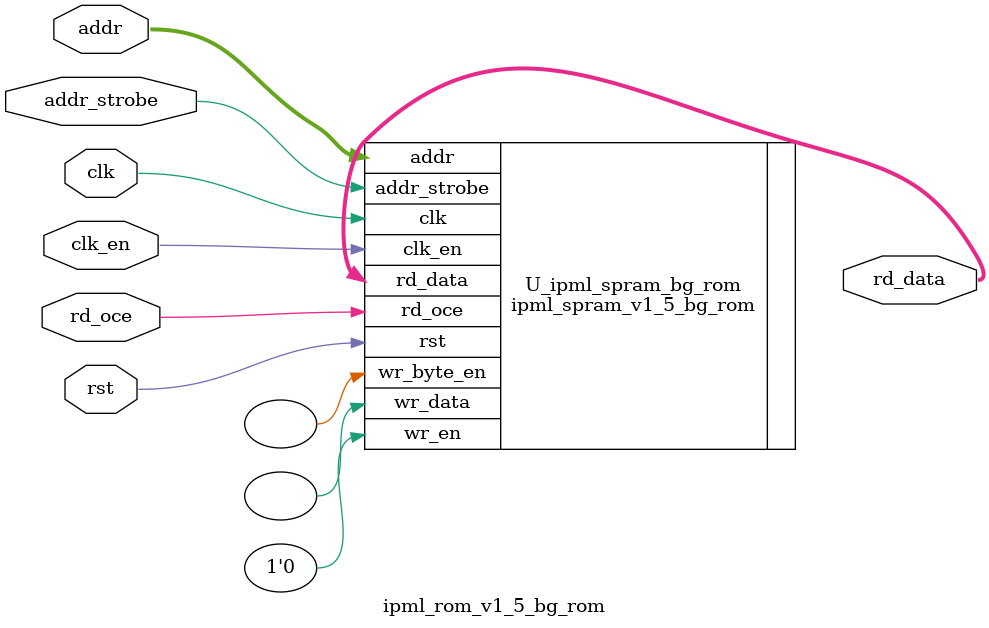
<source format=v>




module ipml_rom_v1_5_bg_rom
 #(
    parameter  c_SIM_DEVICE     = "LOGOS"      ,
    parameter  c_ADDR_WIDTH     = 10           ,           //write address width  legal value:1~20 
    parameter  c_DATA_WIDTH     = 32           ,           //write data width     legal value:8~1152
    parameter  c_OUTPUT_REG     = 0            ,           //output register      legal value:1~20
    parameter  c_RD_OCE_EN      = 0            ,
    parameter  c_CLK_EN         = 0            ,
    parameter  c_ADDR_STROBE_EN = 0            ,
    parameter  c_RESET_TYPE     = "ASYNC_RESET",           //ASYNC_RESET_SYNC_RELEASE SYNC_RESET legal valve "ASYNC_RESET_SYNC_RELEASE" "SYNC_RESET" "ASYNC_RESET"
    parameter  c_POWER_OPT      = 0            ,           //0 :normal mode  1:low power mode legal value:0 or 1
    parameter  c_CLK_OR_POL_INV = 0            ,           //clk polarity invert for output register   legal value 1 or 0           
    parameter  c_INIT_FILE      = "NONE"       ,           //legal value:"NONE" or "initial file name"
    parameter  c_INIT_FORMAT    = "BIN"                   //initial data format   legal valve: "bin" or "hex"
    
 )
  (
   
    input  wire [c_ADDR_WIDTH-1 : 0]  addr        ,
    output wire [c_DATA_WIDTH-1 : 0]  rd_data     ,
    input  wire                       clk         ,
    input  wire                       clk_en      ,
    input  wire                       addr_strobe ,
    input  wire                       rst         ,
    input  wire                       rd_oce       
  );

//**********************************************************************************************************************************************   
    
//main code
//*************************************************************************************************************************************
//inner variables

ipml_spram_v1_5_bg_rom
 #(
    .c_SIM_DEVICE     (c_SIM_DEVICE),
    .c_ADDR_WIDTH     (c_ADDR_WIDTH),           //write address width  legal value:1~20                              
    .c_DATA_WIDTH     (c_DATA_WIDTH),           //write data width     legal value:8~1152                            
    .c_OUTPUT_REG     (c_OUTPUT_REG),           //output register      legal value:1~20                              
    .c_RD_OCE_EN      (c_RD_OCE_EN),
    .c_ADDR_STROBE_EN (c_ADDR_STROBE_EN),
    .c_CLK_EN         (c_CLK_EN),
    .c_RESET_TYPE     (c_RESET_TYPE),           //legal valve "ASYNC_RESET_SYNC_RELEASE" "SYNC_RESET" "ASYNC_RESET"  
    .c_POWER_OPT      (c_POWER_OPT),            //0 :normal mode  1:low power mode legal value:0 or 1                 
    .c_CLK_OR_POL_INV (c_CLK_OR_POL_INV),       //clk polarity invert for output register legal value 1 or 0         
    .c_INIT_FILE      (c_INIT_FILE),            //legal value:"NONE" or "initial file name"                          
    .c_INIT_FORMAT    (c_INIT_FORMAT),          //initial data format   legal valve: "bin" or "hex"                  
    .c_WR_BYTE_EN     (0),                      //byte write enable    legal value: 0 or 1                            
    .c_BE_WIDTH       (1),                      //byte width legal value: 1~128
    .c_RAM_MODE       ("ROM"),
    .c_WRITE_MODE     ("NORMAL_WRITE")          //global reset enable  legal value 0 or 1                            
 )  U_ipml_spram_bg_rom                       //"NORMAL_WRITE"; // TRANSPARENT_WRITE READ_BEFORE_WRITE             
  (
   
    .addr        (addr),
    .wr_data     (),
    .rd_data     (rd_data),
    .wr_en       (1'b0),
    .clk         (clk),
    .clk_en      (clk_en),
    .addr_strobe (addr_strobe),
    .rst         (rst),
    .wr_byte_en  (),
    .rd_oce      (rd_oce) 
  );
 

endmodule


</source>
